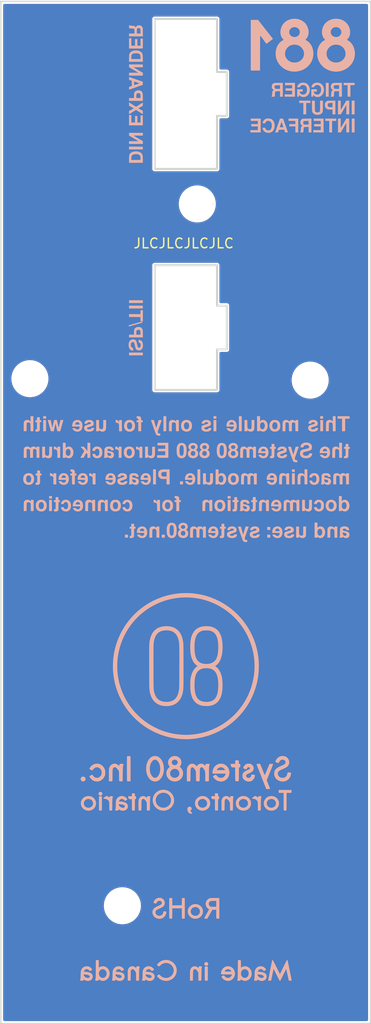
<source format=kicad_pcb>
(kicad_pcb (version 20201002) (generator pcbnew)
  (layers (0 "F.Cu" signal) (31 "B.Cu" signal) (34 "B.Paste" user) (35 "F.Paste" user) (36 "B.SilkS" user "B.Silkscreen") (37 "F.SilkS" user "F.Silkscreen") (38 "B.Mask" user) (39 "F.Mask" user) (44 "Edge.Cuts" user))
  (net 0 "")
  (module "MyModules:SNAP_HOLE_0.125_INCH" (layer "F.Cu") (at 114.5 93.75)
    (fp_text reference "SNAP-HOLE-0.125-INCH" hide)
    (fp_text value "VAL**" hide)
    (pad "" np_thru_hole circle (at 0 0) (size 3.175 3.175) (drill 3.175) (layers *.Cu *.Mask "F.SilkS") (clearance 0.3175))
  )
  (module "MyModules:SNAP_HOLE_0.125_INCH" (layer "F.Cu") (at 131.7 75.8)
    (fp_text reference "SNAP-HOLE-0.125-INCH" hide)
    (fp_text value "VAL**" hide)
    (pad "" np_thru_hole circle (at 0 0) (size 3.175 3.175) (drill 3.175) (layers *.Cu *.Mask "F.SilkS") (clearance 0.3175))
  )
  (module "MyModules:SNAP_HOLE_0.125_INCH" (layer "F.Cu") (at 124 147.9)
    (fp_text reference "SNAP-HOLE-0.125-INCH" hide)
    (fp_text value "VAL**" hide)
    (pad "" np_thru_hole circle (at 0 0) (size 3.175 3.175) (drill 3.175) (layers *.Cu *.Mask "F.SilkS") (clearance 0.3175))
  )
  (module "MyModules:SNAP_HOLE_0.125_INCH" (layer "F.Cu") (at 143.3 93.9)
    (fp_text reference "SNAP-HOLE-0.125-INCH" hide)
    (fp_text value "VAL**" hide)
    (pad "" np_thru_hole circle (at 0 0) (size 3.175 3.175) (drill 3.175) (layers *.Cu *.Mask "F.SilkS") (clearance 0.3175))
  )
  (module "881_back_panel_artowork" (layer "B.Cu") (at 135.85 106.2 180)
    (fp_text reference "G***" hide)
    (fp_text value "LOGO" hide)
  )
  (gr_line (start 133.725 94.9) (end 127.325 94.9) (angle 90) (layer "Edge.Cuts") (width 0.2))
  (gr_line (start 127.325 94.9) (end 127.325 82.1) (angle 90) (layer "Edge.Cuts") (width 0.2))
  (gr_line (start 133.725 94.9) (end 133.725 90.75) (layer "Edge.Cuts") (width 0.2))
  (gr_line (start 133.725 86.25) (end 133.725 82.1) (layer "Edge.Cuts") (width 0.2))
  (gr_line (start 133.725 82.1) (end 127.325 82.1) (angle 90) (layer "Edge.Cuts") (width 0.2))
  (gr_line (start 133.725 86.25) (end 134.725 86.25) (layer "Edge.Cuts") (width 0.2))
  (gr_line (start 134.725 90.75) (end 134.725 86.25) (layer "Edge.Cuts") (width 0.2))
  (gr_line (start 133.725 90.75) (end 134.725 90.75) (layer "Edge.Cuts") (width 0.2))
  (gr_line (start 133.725 56.8) (end 127.325 56.8) (angle 90) (layer "Edge.Cuts") (width 0.2))
  (gr_line (start 149.5 160) (end 111.5 160) (angle 90) (layer "Edge.Cuts") (width 0.15))
  (gr_line (start 133.725 62.25) (end 133.725 56.8) (layer "Edge.Cuts") (width 0.2))
  (gr_line (start 133.725 62.25) (end 134.725 62.25) (layer "Edge.Cuts") (width 0.2))
  (gr_line (start 149.5 55) (end 149.5 160) (angle 90) (layer "Edge.Cuts") (width 0.15))
  (gr_line (start 134.725 66.75) (end 134.725 62.25) (layer "Edge.Cuts") (width 0.2))
  (gr_line (start 127.325 72.2) (end 127.325 56.8) (angle 90) (layer "Edge.Cuts") (width 0.2))
  (gr_line (start 133.725 72.2) (end 127.325 72.2) (angle 90) (layer "Edge.Cuts") (width 0.2))
  (gr_line (start 111.5 160) (end 111.5 55) (angle 90) (layer "Edge.Cuts") (width 0.15))
  (gr_line (start 133.725 66.75) (end 134.725 66.75) (layer "Edge.Cuts") (width 0.2))
  (gr_line (start 111.5 55) (end 149.5 55) (angle 90) (layer "Edge.Cuts") (width 0.15))
  (gr_line (start 133.725 72.2) (end 133.725 66.75) (layer "Edge.Cuts") (width 0.2))
  (gr_text "JLCJLCJLCJLC" (at 130.3 79.85) (layer "F.SilkS") (effects (font (size 1 1))))
  (zone (net 0) (net_name "") (layers F&B.Cu) (connect_pads (clearance 0.254)) (min_thickness 0.254) (fill yes (thermal_gap 0.508) (thermal_bridge_width 0.508))
    (polygon (pts (xy 149.5 160.05) (xy 111.5 159.95) (xy 111.5 54.95) (xy 149.5 54.95)))
  )
  (zone (net 0) (net_name "") (layer "F.Cu") (connect_pads (clearance 0.254)) (min_thickness 0.254) (fill yes (thermal_gap 0.508) (thermal_bridge_width 0.508))
    (polygon (pts (xy 111.5 159.95) (xy 149.5 159.85) (xy 149.5 54.85) (xy 111.5 54.85)))
  )
)
</source>
